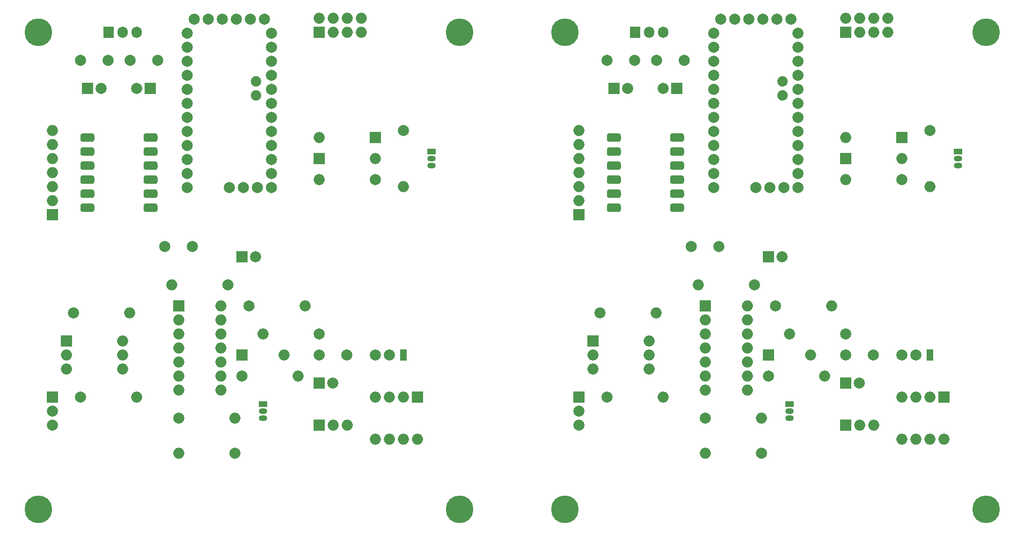
<source format=gbr>
%TF.GenerationSoftware,KiCad,Pcbnew,(5.1.6)-1*%
%TF.CreationDate,2020-08-25T11:29:03-06:00*%
%TF.ProjectId,Sensores,53656e73-6f72-4657-932e-6b696361645f,rev?*%
%TF.SameCoordinates,Original*%
%TF.FileFunction,Soldermask,Bot*%
%TF.FilePolarity,Negative*%
%FSLAX46Y46*%
G04 Gerber Fmt 4.6, Leading zero omitted, Abs format (unit mm)*
G04 Created by KiCad (PCBNEW (5.1.6)-1) date 2020-08-25 11:29:03*
%MOMM*%
%LPD*%
G01*
G04 APERTURE LIST*
%ADD10O,1.905000X2.000000*%
%ADD11R,1.905000X2.000000*%
%ADD12R,2.000000X2.000000*%
%ADD13C,2.000000*%
%ADD14O,2.000000X2.000000*%
%ADD15R,1.218000X2.000000*%
%ADD16C,5.000000*%
%ADD17C,1.879600*%
%ADD18R,1.500000X1.050000*%
%ADD19O,1.500000X1.050000*%
G04 APERTURE END LIST*
D10*
%TO.C,U4*%
X110490000Y-45720000D03*
X107950000Y-45720000D03*
D11*
X105410000Y-45720000D03*
%TD*%
D12*
%TO.C,RV3*%
X95250000Y-111760000D03*
D13*
X95250000Y-114300000D03*
X95250000Y-116840000D03*
%TD*%
D12*
%TO.C,U3*%
X97790000Y-101600000D03*
D14*
X107950000Y-106680000D03*
X97790000Y-104140000D03*
X107950000Y-104140000D03*
X97790000Y-106680000D03*
X107950000Y-101600000D03*
%TD*%
D12*
%TO.C,U2*%
X161290000Y-111760000D03*
D14*
X153670000Y-119380000D03*
X158750000Y-111760000D03*
X156210000Y-119380000D03*
X156210000Y-111760000D03*
X158750000Y-119380000D03*
X153670000Y-111760000D03*
X161290000Y-119380000D03*
%TD*%
%TO.C,U1*%
X125730000Y-95250000D03*
X118110000Y-110490000D03*
X125730000Y-97790000D03*
X118110000Y-107950000D03*
X125730000Y-100330000D03*
X118110000Y-105410000D03*
X125730000Y-102870000D03*
X118110000Y-102870000D03*
X125730000Y-105410000D03*
X118110000Y-100330000D03*
X125730000Y-107950000D03*
X118110000Y-97790000D03*
X125730000Y-110490000D03*
D12*
X118110000Y-95250000D03*
%TD*%
D14*
%TO.C,R14*%
X140970000Y-95250000D03*
D13*
X130810000Y-95250000D03*
%TD*%
%TO.C,R11*%
X128270000Y-121920000D03*
D14*
X118110000Y-121920000D03*
%TD*%
%TO.C,LVL1*%
G36*
G01*
X102862000Y-77089000D02*
X102862000Y-77851000D01*
G75*
G02*
X102481000Y-78232000I-381000J0D01*
G01*
X100719000Y-78232000D01*
G75*
G02*
X100338000Y-77851000I0J381000D01*
G01*
X100338000Y-77089000D01*
G75*
G02*
X100719000Y-76708000I381000J0D01*
G01*
X102481000Y-76708000D01*
G75*
G02*
X102862000Y-77089000I0J-381000D01*
G01*
G37*
G36*
G01*
X102862000Y-74549000D02*
X102862000Y-75311000D01*
G75*
G02*
X102481000Y-75692000I-381000J0D01*
G01*
X100719000Y-75692000D01*
G75*
G02*
X100338000Y-75311000I0J381000D01*
G01*
X100338000Y-74549000D01*
G75*
G02*
X100719000Y-74168000I381000J0D01*
G01*
X102481000Y-74168000D01*
G75*
G02*
X102862000Y-74549000I0J-381000D01*
G01*
G37*
G36*
G01*
X102862000Y-72009000D02*
X102862000Y-72771000D01*
G75*
G02*
X102481000Y-73152000I-381000J0D01*
G01*
X100719000Y-73152000D01*
G75*
G02*
X100338000Y-72771000I0J381000D01*
G01*
X100338000Y-72009000D01*
G75*
G02*
X100719000Y-71628000I381000J0D01*
G01*
X102481000Y-71628000D01*
G75*
G02*
X102862000Y-72009000I0J-381000D01*
G01*
G37*
G36*
G01*
X102862000Y-69469000D02*
X102862000Y-70231000D01*
G75*
G02*
X102481000Y-70612000I-381000J0D01*
G01*
X100719000Y-70612000D01*
G75*
G02*
X100338000Y-70231000I0J381000D01*
G01*
X100338000Y-69469000D01*
G75*
G02*
X100719000Y-69088000I381000J0D01*
G01*
X102481000Y-69088000D01*
G75*
G02*
X102862000Y-69469000I0J-381000D01*
G01*
G37*
G36*
G01*
X102862000Y-66929000D02*
X102862000Y-67691000D01*
G75*
G02*
X102481000Y-68072000I-381000J0D01*
G01*
X100719000Y-68072000D01*
G75*
G02*
X100338000Y-67691000I0J381000D01*
G01*
X100338000Y-66929000D01*
G75*
G02*
X100719000Y-66548000I381000J0D01*
G01*
X102481000Y-66548000D01*
G75*
G02*
X102862000Y-66929000I0J-381000D01*
G01*
G37*
G36*
G01*
X102862000Y-64389000D02*
X102862000Y-65151000D01*
G75*
G02*
X102481000Y-65532000I-381000J0D01*
G01*
X100719000Y-65532000D01*
G75*
G02*
X100338000Y-65151000I0J381000D01*
G01*
X100338000Y-64389000D01*
G75*
G02*
X100719000Y-64008000I381000J0D01*
G01*
X102481000Y-64008000D01*
G75*
G02*
X102862000Y-64389000I0J-381000D01*
G01*
G37*
G36*
G01*
X114292000Y-64389000D02*
X114292000Y-65151000D01*
G75*
G02*
X113911000Y-65532000I-381000J0D01*
G01*
X112149000Y-65532000D01*
G75*
G02*
X111768000Y-65151000I0J381000D01*
G01*
X111768000Y-64389000D01*
G75*
G02*
X112149000Y-64008000I381000J0D01*
G01*
X113911000Y-64008000D01*
G75*
G02*
X114292000Y-64389000I0J-381000D01*
G01*
G37*
G36*
G01*
X114292000Y-66929000D02*
X114292000Y-67691000D01*
G75*
G02*
X113911000Y-68072000I-381000J0D01*
G01*
X112149000Y-68072000D01*
G75*
G02*
X111768000Y-67691000I0J381000D01*
G01*
X111768000Y-66929000D01*
G75*
G02*
X112149000Y-66548000I381000J0D01*
G01*
X113911000Y-66548000D01*
G75*
G02*
X114292000Y-66929000I0J-381000D01*
G01*
G37*
G36*
G01*
X114292000Y-69469000D02*
X114292000Y-70231000D01*
G75*
G02*
X113911000Y-70612000I-381000J0D01*
G01*
X112149000Y-70612000D01*
G75*
G02*
X111768000Y-70231000I0J381000D01*
G01*
X111768000Y-69469000D01*
G75*
G02*
X112149000Y-69088000I381000J0D01*
G01*
X113911000Y-69088000D01*
G75*
G02*
X114292000Y-69469000I0J-381000D01*
G01*
G37*
G36*
G01*
X114292000Y-72009000D02*
X114292000Y-72771000D01*
G75*
G02*
X113911000Y-73152000I-381000J0D01*
G01*
X112149000Y-73152000D01*
G75*
G02*
X111768000Y-72771000I0J381000D01*
G01*
X111768000Y-72009000D01*
G75*
G02*
X112149000Y-71628000I381000J0D01*
G01*
X113911000Y-71628000D01*
G75*
G02*
X114292000Y-72009000I0J-381000D01*
G01*
G37*
G36*
G01*
X114292000Y-74549000D02*
X114292000Y-75311000D01*
G75*
G02*
X113911000Y-75692000I-381000J0D01*
G01*
X112149000Y-75692000D01*
G75*
G02*
X111768000Y-75311000I0J381000D01*
G01*
X111768000Y-74549000D01*
G75*
G02*
X112149000Y-74168000I381000J0D01*
G01*
X113911000Y-74168000D01*
G75*
G02*
X114292000Y-74549000I0J-381000D01*
G01*
G37*
G36*
G01*
X114292000Y-77089000D02*
X114292000Y-77851000D01*
G75*
G02*
X113911000Y-78232000I-381000J0D01*
G01*
X112149000Y-78232000D01*
G75*
G02*
X111768000Y-77851000I0J381000D01*
G01*
X111768000Y-77089000D01*
G75*
G02*
X112149000Y-76708000I381000J0D01*
G01*
X113911000Y-76708000D01*
G75*
G02*
X114292000Y-77089000I0J-381000D01*
G01*
G37*
%TD*%
D13*
%TO.C,RV4*%
X153670000Y-104140000D03*
X156210000Y-104140000D03*
D15*
X158750000Y-104140000D03*
%TD*%
D14*
%TO.C,J1*%
X95250000Y-63500000D03*
X95250000Y-66040000D03*
X95250000Y-68580000D03*
X95250000Y-71120000D03*
X95250000Y-73660000D03*
X95250000Y-76200000D03*
D12*
X95250000Y-78740000D03*
%TD*%
D13*
%TO.C,R13*%
X143510000Y-100330000D03*
D14*
X133350000Y-100330000D03*
%TD*%
%TO.C,R10*%
X110490000Y-111760000D03*
D13*
X100330000Y-111760000D03*
%TD*%
D16*
%TO.C,H1*%
X92710000Y-132080000D03*
%TD*%
D13*
%TO.C,C4*%
X148510000Y-104140000D03*
X143510000Y-104140000D03*
%TD*%
%TO.C,C3*%
X115570000Y-84455000D03*
X120570000Y-84455000D03*
%TD*%
%TO.C,C2*%
X146010000Y-109220000D03*
D12*
X143510000Y-109220000D03*
%TD*%
D14*
%TO.C,J2*%
X148590000Y-116840000D03*
X146050000Y-116840000D03*
D12*
X143510000Y-116840000D03*
%TD*%
D13*
%TO.C,R12*%
X127000000Y-91440000D03*
D14*
X116840000Y-91440000D03*
%TD*%
D12*
%TO.C,C1*%
X129540000Y-86360000D03*
D13*
X132040000Y-86360000D03*
%TD*%
%TO.C,B1*%
X127317500Y-73818750D03*
X129857500Y-73818750D03*
X132397500Y-73818750D03*
X133667500Y-43338750D03*
X131127500Y-43338750D03*
X128587500Y-43338750D03*
X126047500Y-43338750D03*
X123507500Y-43338750D03*
X120967500Y-43338750D03*
D17*
X132080000Y-57150000D03*
X132080000Y-54610000D03*
D13*
X134937500Y-45878750D03*
X134937500Y-48418750D03*
X134937500Y-50958750D03*
X134937500Y-53498750D03*
X134937500Y-56038750D03*
X134937500Y-58578750D03*
X134937500Y-61118750D03*
X134937500Y-63658750D03*
X134937500Y-66198750D03*
X134937500Y-68738750D03*
X134937500Y-71278750D03*
X134937500Y-73818750D03*
X119697500Y-73818750D03*
X119697500Y-71278750D03*
X119697500Y-68738750D03*
X119697500Y-66198750D03*
X119697500Y-63658750D03*
X119697500Y-61118750D03*
X119697500Y-58578750D03*
X119697500Y-56038750D03*
X119697500Y-53498750D03*
X119697500Y-50958750D03*
X119697500Y-48418750D03*
X119697500Y-45878750D03*
%TD*%
D14*
%TO.C,J3*%
X151130000Y-43180000D03*
X151130000Y-45720000D03*
X148590000Y-43180000D03*
X148590000Y-45720000D03*
X146050000Y-43180000D03*
X146050000Y-45720000D03*
X143510000Y-43180000D03*
D12*
X143510000Y-45720000D03*
%TD*%
D16*
%TO.C,H4*%
X168910000Y-132080000D03*
%TD*%
%TO.C,H2*%
X168910000Y-45720000D03*
%TD*%
D13*
%TO.C,C5*%
X100330000Y-50800000D03*
X105330000Y-50800000D03*
%TD*%
D14*
%TO.C,R2*%
X139700000Y-107950000D03*
D13*
X129540000Y-107950000D03*
%TD*%
D14*
%TO.C,R1*%
X128270000Y-115570000D03*
D13*
X118110000Y-115570000D03*
%TD*%
D18*
%TO.C,Q2*%
X163830000Y-67310000D03*
D19*
X163830000Y-69850000D03*
X163830000Y-68580000D03*
%TD*%
D13*
%TO.C,C8*%
X109300000Y-50800000D03*
X114300000Y-50800000D03*
%TD*%
D18*
%TO.C,Q1*%
X133350000Y-113030000D03*
D19*
X133350000Y-115570000D03*
X133350000Y-114300000D03*
%TD*%
D16*
%TO.C,H3*%
X92710000Y-45720000D03*
%TD*%
D12*
%TO.C,D4*%
X153670000Y-64770000D03*
D14*
X143510000Y-64770000D03*
%TD*%
D13*
%TO.C,R9*%
X99060000Y-96520000D03*
D14*
X109220000Y-96520000D03*
%TD*%
%TO.C,R4*%
X158750000Y-73660000D03*
D13*
X158750000Y-63500000D03*
%TD*%
D14*
%TO.C,D1*%
X137160000Y-104140000D03*
D12*
X129540000Y-104140000D03*
%TD*%
%TO.C,C6*%
X101600000Y-55880000D03*
D13*
X104100000Y-55880000D03*
%TD*%
D14*
%TO.C,D2*%
X153670000Y-68580000D03*
D12*
X143510000Y-68580000D03*
%TD*%
D13*
%TO.C,C7*%
X110490000Y-55880000D03*
D12*
X112990000Y-55880000D03*
%TD*%
D14*
%TO.C,R3*%
X143510000Y-72390000D03*
D13*
X153670000Y-72390000D03*
%TD*%
D16*
%TO.C,H1*%
X187960000Y-132080000D03*
%TD*%
D14*
%TO.C,R12*%
X212090000Y-91440000D03*
D13*
X222250000Y-91440000D03*
%TD*%
D12*
%TO.C,J2*%
X238760000Y-116840000D03*
D14*
X241300000Y-116840000D03*
X243840000Y-116840000D03*
%TD*%
D13*
%TO.C,B1*%
X214947500Y-45878750D03*
X214947500Y-48418750D03*
X214947500Y-50958750D03*
X214947500Y-53498750D03*
X214947500Y-56038750D03*
X214947500Y-58578750D03*
X214947500Y-61118750D03*
X214947500Y-63658750D03*
X214947500Y-66198750D03*
X214947500Y-68738750D03*
X214947500Y-71278750D03*
X214947500Y-73818750D03*
X230187500Y-73818750D03*
X230187500Y-71278750D03*
X230187500Y-68738750D03*
X230187500Y-66198750D03*
X230187500Y-63658750D03*
X230187500Y-61118750D03*
X230187500Y-58578750D03*
X230187500Y-56038750D03*
X230187500Y-53498750D03*
X230187500Y-50958750D03*
X230187500Y-48418750D03*
X230187500Y-45878750D03*
D17*
X227330000Y-54610000D03*
X227330000Y-57150000D03*
D13*
X216217500Y-43338750D03*
X218757500Y-43338750D03*
X221297500Y-43338750D03*
X223837500Y-43338750D03*
X226377500Y-43338750D03*
X228917500Y-43338750D03*
X227647500Y-73818750D03*
X225107500Y-73818750D03*
X222567500Y-73818750D03*
%TD*%
%TO.C,C1*%
X227290000Y-86360000D03*
D12*
X224790000Y-86360000D03*
%TD*%
%TO.C,C2*%
X238760000Y-109220000D03*
D13*
X241260000Y-109220000D03*
%TD*%
%TO.C,C3*%
X215820000Y-84455000D03*
X210820000Y-84455000D03*
%TD*%
%TO.C,C4*%
X238760000Y-104140000D03*
X243760000Y-104140000D03*
%TD*%
%TO.C,C5*%
X200580000Y-50800000D03*
X195580000Y-50800000D03*
%TD*%
%TO.C,C6*%
X199350000Y-55880000D03*
D12*
X196850000Y-55880000D03*
%TD*%
%TO.C,C7*%
X208240000Y-55880000D03*
D13*
X205740000Y-55880000D03*
%TD*%
%TO.C,C8*%
X209550000Y-50800000D03*
X204550000Y-50800000D03*
%TD*%
D12*
%TO.C,D1*%
X224790000Y-104140000D03*
D14*
X232410000Y-104140000D03*
%TD*%
D12*
%TO.C,D2*%
X238760000Y-68580000D03*
D14*
X248920000Y-68580000D03*
%TD*%
%TO.C,D4*%
X238760000Y-64770000D03*
D12*
X248920000Y-64770000D03*
%TD*%
D16*
%TO.C,H2*%
X264160000Y-45720000D03*
%TD*%
%TO.C,H3*%
X187960000Y-45720000D03*
%TD*%
%TO.C,H4*%
X264160000Y-132080000D03*
%TD*%
D12*
%TO.C,J3*%
X238760000Y-45720000D03*
D14*
X238760000Y-43180000D03*
X241300000Y-45720000D03*
X241300000Y-43180000D03*
X243840000Y-45720000D03*
X243840000Y-43180000D03*
X246380000Y-45720000D03*
X246380000Y-43180000D03*
%TD*%
D19*
%TO.C,Q1*%
X228600000Y-114300000D03*
X228600000Y-115570000D03*
D18*
X228600000Y-113030000D03*
%TD*%
D19*
%TO.C,Q2*%
X259080000Y-68580000D03*
X259080000Y-69850000D03*
D18*
X259080000Y-67310000D03*
%TD*%
D13*
%TO.C,R1*%
X213360000Y-115570000D03*
D14*
X223520000Y-115570000D03*
%TD*%
D13*
%TO.C,R2*%
X224790000Y-107950000D03*
D14*
X234950000Y-107950000D03*
%TD*%
D13*
%TO.C,R3*%
X248920000Y-72390000D03*
D14*
X238760000Y-72390000D03*
%TD*%
D13*
%TO.C,R4*%
X254000000Y-63500000D03*
D14*
X254000000Y-73660000D03*
%TD*%
%TO.C,R9*%
X204470000Y-96520000D03*
D13*
X194310000Y-96520000D03*
%TD*%
%TO.C,R10*%
X195580000Y-111760000D03*
D14*
X205740000Y-111760000D03*
%TD*%
%TO.C,R11*%
X213360000Y-121920000D03*
D13*
X223520000Y-121920000D03*
%TD*%
D14*
%TO.C,R13*%
X228600000Y-100330000D03*
D13*
X238760000Y-100330000D03*
%TD*%
%TO.C,R14*%
X226060000Y-95250000D03*
D14*
X236220000Y-95250000D03*
%TD*%
D13*
%TO.C,RV3*%
X190500000Y-116840000D03*
X190500000Y-114300000D03*
D12*
X190500000Y-111760000D03*
%TD*%
D15*
%TO.C,RV4*%
X254000000Y-104140000D03*
D13*
X251460000Y-104140000D03*
X248920000Y-104140000D03*
%TD*%
D12*
%TO.C,U1*%
X213360000Y-95250000D03*
D14*
X220980000Y-110490000D03*
X213360000Y-97790000D03*
X220980000Y-107950000D03*
X213360000Y-100330000D03*
X220980000Y-105410000D03*
X213360000Y-102870000D03*
X220980000Y-102870000D03*
X213360000Y-105410000D03*
X220980000Y-100330000D03*
X213360000Y-107950000D03*
X220980000Y-97790000D03*
X213360000Y-110490000D03*
X220980000Y-95250000D03*
%TD*%
%TO.C,U2*%
X256540000Y-119380000D03*
X248920000Y-111760000D03*
X254000000Y-119380000D03*
X251460000Y-111760000D03*
X251460000Y-119380000D03*
X254000000Y-111760000D03*
X248920000Y-119380000D03*
D12*
X256540000Y-111760000D03*
%TD*%
D14*
%TO.C,U3*%
X203200000Y-101600000D03*
X193040000Y-106680000D03*
X203200000Y-104140000D03*
X193040000Y-104140000D03*
X203200000Y-106680000D03*
D12*
X193040000Y-101600000D03*
%TD*%
%TO.C,J1*%
X190500000Y-78740000D03*
D14*
X190500000Y-76200000D03*
X190500000Y-73660000D03*
X190500000Y-71120000D03*
X190500000Y-68580000D03*
X190500000Y-66040000D03*
X190500000Y-63500000D03*
%TD*%
D11*
%TO.C,U4*%
X200660000Y-45720000D03*
D10*
X203200000Y-45720000D03*
X205740000Y-45720000D03*
%TD*%
%TO.C,LVL1*%
G36*
G01*
X209542000Y-77089000D02*
X209542000Y-77851000D01*
G75*
G02*
X209161000Y-78232000I-381000J0D01*
G01*
X207399000Y-78232000D01*
G75*
G02*
X207018000Y-77851000I0J381000D01*
G01*
X207018000Y-77089000D01*
G75*
G02*
X207399000Y-76708000I381000J0D01*
G01*
X209161000Y-76708000D01*
G75*
G02*
X209542000Y-77089000I0J-381000D01*
G01*
G37*
G36*
G01*
X209542000Y-74549000D02*
X209542000Y-75311000D01*
G75*
G02*
X209161000Y-75692000I-381000J0D01*
G01*
X207399000Y-75692000D01*
G75*
G02*
X207018000Y-75311000I0J381000D01*
G01*
X207018000Y-74549000D01*
G75*
G02*
X207399000Y-74168000I381000J0D01*
G01*
X209161000Y-74168000D01*
G75*
G02*
X209542000Y-74549000I0J-381000D01*
G01*
G37*
G36*
G01*
X209542000Y-72009000D02*
X209542000Y-72771000D01*
G75*
G02*
X209161000Y-73152000I-381000J0D01*
G01*
X207399000Y-73152000D01*
G75*
G02*
X207018000Y-72771000I0J381000D01*
G01*
X207018000Y-72009000D01*
G75*
G02*
X207399000Y-71628000I381000J0D01*
G01*
X209161000Y-71628000D01*
G75*
G02*
X209542000Y-72009000I0J-381000D01*
G01*
G37*
G36*
G01*
X209542000Y-69469000D02*
X209542000Y-70231000D01*
G75*
G02*
X209161000Y-70612000I-381000J0D01*
G01*
X207399000Y-70612000D01*
G75*
G02*
X207018000Y-70231000I0J381000D01*
G01*
X207018000Y-69469000D01*
G75*
G02*
X207399000Y-69088000I381000J0D01*
G01*
X209161000Y-69088000D01*
G75*
G02*
X209542000Y-69469000I0J-381000D01*
G01*
G37*
G36*
G01*
X209542000Y-66929000D02*
X209542000Y-67691000D01*
G75*
G02*
X209161000Y-68072000I-381000J0D01*
G01*
X207399000Y-68072000D01*
G75*
G02*
X207018000Y-67691000I0J381000D01*
G01*
X207018000Y-66929000D01*
G75*
G02*
X207399000Y-66548000I381000J0D01*
G01*
X209161000Y-66548000D01*
G75*
G02*
X209542000Y-66929000I0J-381000D01*
G01*
G37*
G36*
G01*
X209542000Y-64389000D02*
X209542000Y-65151000D01*
G75*
G02*
X209161000Y-65532000I-381000J0D01*
G01*
X207399000Y-65532000D01*
G75*
G02*
X207018000Y-65151000I0J381000D01*
G01*
X207018000Y-64389000D01*
G75*
G02*
X207399000Y-64008000I381000J0D01*
G01*
X209161000Y-64008000D01*
G75*
G02*
X209542000Y-64389000I0J-381000D01*
G01*
G37*
G36*
G01*
X198112000Y-64389000D02*
X198112000Y-65151000D01*
G75*
G02*
X197731000Y-65532000I-381000J0D01*
G01*
X195969000Y-65532000D01*
G75*
G02*
X195588000Y-65151000I0J381000D01*
G01*
X195588000Y-64389000D01*
G75*
G02*
X195969000Y-64008000I381000J0D01*
G01*
X197731000Y-64008000D01*
G75*
G02*
X198112000Y-64389000I0J-381000D01*
G01*
G37*
G36*
G01*
X198112000Y-66929000D02*
X198112000Y-67691000D01*
G75*
G02*
X197731000Y-68072000I-381000J0D01*
G01*
X195969000Y-68072000D01*
G75*
G02*
X195588000Y-67691000I0J381000D01*
G01*
X195588000Y-66929000D01*
G75*
G02*
X195969000Y-66548000I381000J0D01*
G01*
X197731000Y-66548000D01*
G75*
G02*
X198112000Y-66929000I0J-381000D01*
G01*
G37*
G36*
G01*
X198112000Y-69469000D02*
X198112000Y-70231000D01*
G75*
G02*
X197731000Y-70612000I-381000J0D01*
G01*
X195969000Y-70612000D01*
G75*
G02*
X195588000Y-70231000I0J381000D01*
G01*
X195588000Y-69469000D01*
G75*
G02*
X195969000Y-69088000I381000J0D01*
G01*
X197731000Y-69088000D01*
G75*
G02*
X198112000Y-69469000I0J-381000D01*
G01*
G37*
G36*
G01*
X198112000Y-72009000D02*
X198112000Y-72771000D01*
G75*
G02*
X197731000Y-73152000I-381000J0D01*
G01*
X195969000Y-73152000D01*
G75*
G02*
X195588000Y-72771000I0J381000D01*
G01*
X195588000Y-72009000D01*
G75*
G02*
X195969000Y-71628000I381000J0D01*
G01*
X197731000Y-71628000D01*
G75*
G02*
X198112000Y-72009000I0J-381000D01*
G01*
G37*
G36*
G01*
X198112000Y-74549000D02*
X198112000Y-75311000D01*
G75*
G02*
X197731000Y-75692000I-381000J0D01*
G01*
X195969000Y-75692000D01*
G75*
G02*
X195588000Y-75311000I0J381000D01*
G01*
X195588000Y-74549000D01*
G75*
G02*
X195969000Y-74168000I381000J0D01*
G01*
X197731000Y-74168000D01*
G75*
G02*
X198112000Y-74549000I0J-381000D01*
G01*
G37*
G36*
G01*
X198112000Y-77089000D02*
X198112000Y-77851000D01*
G75*
G02*
X197731000Y-78232000I-381000J0D01*
G01*
X195969000Y-78232000D01*
G75*
G02*
X195588000Y-77851000I0J381000D01*
G01*
X195588000Y-77089000D01*
G75*
G02*
X195969000Y-76708000I381000J0D01*
G01*
X197731000Y-76708000D01*
G75*
G02*
X198112000Y-77089000I0J-381000D01*
G01*
G37*
%TD*%
M02*

</source>
